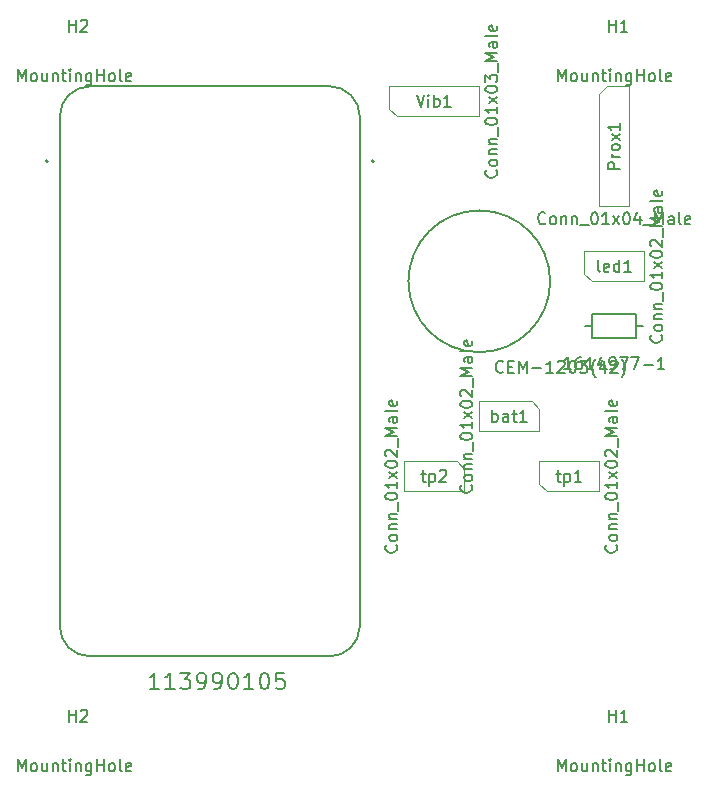
<source format=gbr>
%TF.GenerationSoftware,KiCad,Pcbnew,(5.1.12)-1*%
%TF.CreationDate,2021-12-20T17:02:31+01:00*%
%TF.ProjectId,PCB_Chair_tracker,5043425f-4368-4616-9972-5f747261636b,rev?*%
%TF.SameCoordinates,Original*%
%TF.FileFunction,AssemblyDrawing,Top*%
%FSLAX46Y46*%
G04 Gerber Fmt 4.6, Leading zero omitted, Abs format (unit mm)*
G04 Created by KiCad (PCBNEW (5.1.12)-1) date 2021-12-20 17:02:31*
%MOMM*%
%LPD*%
G01*
G04 APERTURE LIST*
%ADD10C,0.100000*%
%ADD11C,0.127000*%
%ADD12C,0.200000*%
%ADD13C,0.150000*%
G04 APERTURE END LIST*
D10*
%TO.C,tp2*%
X154940000Y-97155000D02*
X154940000Y-99060000D01*
X154940000Y-99060000D02*
X149860000Y-99060000D01*
X149860000Y-99060000D02*
X149860000Y-96520000D01*
X149860000Y-96520000D02*
X154305000Y-96520000D01*
X154305000Y-96520000D02*
X154940000Y-97155000D01*
D11*
%TO.C,ESP1*%
X120690001Y-110490000D02*
X120690001Y-67310000D01*
X123230001Y-64770000D02*
X143550001Y-64770000D01*
X146090001Y-67310000D02*
X146090001Y-110490000D01*
X143550001Y-113030000D02*
X123230001Y-113030000D01*
D12*
X119680001Y-71120000D02*
G75*
G03*
X119680001Y-71120000I-100000J0D01*
G01*
X147300001Y-71120000D02*
G75*
G03*
X147300001Y-71120000I-100000J0D01*
G01*
D11*
X120690001Y-67310000D02*
G75*
G02*
X123230001Y-64770000I2540000J0D01*
G01*
X120690001Y-110490000D02*
G75*
G03*
X123230001Y-113030000I2540000J0D01*
G01*
X143550001Y-64770000D02*
G75*
G02*
X146090001Y-67310000I0J-2540000D01*
G01*
X146090001Y-110490000D02*
G75*
G02*
X143550001Y-113030000I-2540000J0D01*
G01*
D10*
%TO.C,Prox1*%
X167005000Y-64770000D02*
X168910000Y-64770000D01*
X168910000Y-64770000D02*
X168910000Y-74930000D01*
X168910000Y-74930000D02*
X166370000Y-74930000D01*
X166370000Y-74930000D02*
X166370000Y-65405000D01*
X166370000Y-65405000D02*
X167005000Y-64770000D01*
%TO.C,Vib1*%
X148590000Y-66675000D02*
X148590000Y-64770000D01*
X148590000Y-64770000D02*
X156210000Y-64770000D01*
X156210000Y-64770000D02*
X156210000Y-67310000D01*
X156210000Y-67310000D02*
X149225000Y-67310000D01*
X149225000Y-67310000D02*
X148590000Y-66675000D01*
%TO.C,bat1*%
X161290000Y-92075000D02*
X161290000Y-93980000D01*
X161290000Y-93980000D02*
X156210000Y-93980000D01*
X156210000Y-93980000D02*
X156210000Y-91440000D01*
X156210000Y-91440000D02*
X160655000Y-91440000D01*
X160655000Y-91440000D02*
X161290000Y-92075000D01*
%TO.C,tp1*%
X161925000Y-99060000D02*
X161290000Y-98425000D01*
X166370000Y-99060000D02*
X161925000Y-99060000D01*
X166370000Y-96520000D02*
X166370000Y-99060000D01*
X161290000Y-96520000D02*
X166370000Y-96520000D01*
X161290000Y-98425000D02*
X161290000Y-96520000D01*
%TO.C,led1*%
X165735000Y-81280000D02*
X165100000Y-80645000D01*
X170180000Y-81280000D02*
X165735000Y-81280000D01*
X170180000Y-78740000D02*
X170180000Y-81280000D01*
X165100000Y-78740000D02*
X170180000Y-78740000D01*
X165100000Y-80645000D02*
X165100000Y-78740000D01*
D11*
%TO.C,Alt1*%
X162210000Y-81280000D02*
G75*
G03*
X162210000Y-81280000I-6000000J0D01*
G01*
%TO.C,R1*%
X165170000Y-85090000D02*
X165790000Y-85090000D01*
X165790000Y-85090000D02*
X165790000Y-84090000D01*
X165790000Y-84090000D02*
X169490000Y-84090000D01*
X165790000Y-85090000D02*
X165790000Y-86090000D01*
X165790000Y-86090000D02*
X169490000Y-86090000D01*
X170110000Y-85090000D02*
X169490000Y-85090000D01*
X169490000Y-85090000D02*
X169490000Y-84090000D01*
X169490000Y-85090000D02*
X169490000Y-86090000D01*
%TD*%
%TO.C,H1*%
D13*
X162854285Y-122762380D02*
X162854285Y-121762380D01*
X163187619Y-122476666D01*
X163520952Y-121762380D01*
X163520952Y-122762380D01*
X164140000Y-122762380D02*
X164044761Y-122714761D01*
X163997142Y-122667142D01*
X163949523Y-122571904D01*
X163949523Y-122286190D01*
X163997142Y-122190952D01*
X164044761Y-122143333D01*
X164140000Y-122095714D01*
X164282857Y-122095714D01*
X164378095Y-122143333D01*
X164425714Y-122190952D01*
X164473333Y-122286190D01*
X164473333Y-122571904D01*
X164425714Y-122667142D01*
X164378095Y-122714761D01*
X164282857Y-122762380D01*
X164140000Y-122762380D01*
X165330476Y-122095714D02*
X165330476Y-122762380D01*
X164901904Y-122095714D02*
X164901904Y-122619523D01*
X164949523Y-122714761D01*
X165044761Y-122762380D01*
X165187619Y-122762380D01*
X165282857Y-122714761D01*
X165330476Y-122667142D01*
X165806666Y-122095714D02*
X165806666Y-122762380D01*
X165806666Y-122190952D02*
X165854285Y-122143333D01*
X165949523Y-122095714D01*
X166092380Y-122095714D01*
X166187619Y-122143333D01*
X166235238Y-122238571D01*
X166235238Y-122762380D01*
X166568571Y-122095714D02*
X166949523Y-122095714D01*
X166711428Y-121762380D02*
X166711428Y-122619523D01*
X166759047Y-122714761D01*
X166854285Y-122762380D01*
X166949523Y-122762380D01*
X167282857Y-122762380D02*
X167282857Y-122095714D01*
X167282857Y-121762380D02*
X167235238Y-121810000D01*
X167282857Y-121857619D01*
X167330476Y-121810000D01*
X167282857Y-121762380D01*
X167282857Y-121857619D01*
X167759047Y-122095714D02*
X167759047Y-122762380D01*
X167759047Y-122190952D02*
X167806666Y-122143333D01*
X167901904Y-122095714D01*
X168044761Y-122095714D01*
X168140000Y-122143333D01*
X168187619Y-122238571D01*
X168187619Y-122762380D01*
X169092380Y-122095714D02*
X169092380Y-122905238D01*
X169044761Y-123000476D01*
X168997142Y-123048095D01*
X168901904Y-123095714D01*
X168759047Y-123095714D01*
X168663809Y-123048095D01*
X169092380Y-122714761D02*
X168997142Y-122762380D01*
X168806666Y-122762380D01*
X168711428Y-122714761D01*
X168663809Y-122667142D01*
X168616190Y-122571904D01*
X168616190Y-122286190D01*
X168663809Y-122190952D01*
X168711428Y-122143333D01*
X168806666Y-122095714D01*
X168997142Y-122095714D01*
X169092380Y-122143333D01*
X169568571Y-122762380D02*
X169568571Y-121762380D01*
X169568571Y-122238571D02*
X170140000Y-122238571D01*
X170140000Y-122762380D02*
X170140000Y-121762380D01*
X170759047Y-122762380D02*
X170663809Y-122714761D01*
X170616190Y-122667142D01*
X170568571Y-122571904D01*
X170568571Y-122286190D01*
X170616190Y-122190952D01*
X170663809Y-122143333D01*
X170759047Y-122095714D01*
X170901904Y-122095714D01*
X170997142Y-122143333D01*
X171044761Y-122190952D01*
X171092380Y-122286190D01*
X171092380Y-122571904D01*
X171044761Y-122667142D01*
X170997142Y-122714761D01*
X170901904Y-122762380D01*
X170759047Y-122762380D01*
X171663809Y-122762380D02*
X171568571Y-122714761D01*
X171520952Y-122619523D01*
X171520952Y-121762380D01*
X172425714Y-122714761D02*
X172330476Y-122762380D01*
X172140000Y-122762380D01*
X172044761Y-122714761D01*
X171997142Y-122619523D01*
X171997142Y-122238571D01*
X172044761Y-122143333D01*
X172140000Y-122095714D01*
X172330476Y-122095714D01*
X172425714Y-122143333D01*
X172473333Y-122238571D01*
X172473333Y-122333809D01*
X171997142Y-122429047D01*
X167178095Y-118562380D02*
X167178095Y-117562380D01*
X167178095Y-118038571D02*
X167749523Y-118038571D01*
X167749523Y-118562380D02*
X167749523Y-117562380D01*
X168749523Y-118562380D02*
X168178095Y-118562380D01*
X168463809Y-118562380D02*
X168463809Y-117562380D01*
X168368571Y-117705238D01*
X168273333Y-117800476D01*
X168178095Y-117848095D01*
%TO.C,H2*%
X117134285Y-64342380D02*
X117134285Y-63342380D01*
X117467619Y-64056666D01*
X117800952Y-63342380D01*
X117800952Y-64342380D01*
X118420000Y-64342380D02*
X118324761Y-64294761D01*
X118277142Y-64247142D01*
X118229523Y-64151904D01*
X118229523Y-63866190D01*
X118277142Y-63770952D01*
X118324761Y-63723333D01*
X118420000Y-63675714D01*
X118562857Y-63675714D01*
X118658095Y-63723333D01*
X118705714Y-63770952D01*
X118753333Y-63866190D01*
X118753333Y-64151904D01*
X118705714Y-64247142D01*
X118658095Y-64294761D01*
X118562857Y-64342380D01*
X118420000Y-64342380D01*
X119610476Y-63675714D02*
X119610476Y-64342380D01*
X119181904Y-63675714D02*
X119181904Y-64199523D01*
X119229523Y-64294761D01*
X119324761Y-64342380D01*
X119467619Y-64342380D01*
X119562857Y-64294761D01*
X119610476Y-64247142D01*
X120086666Y-63675714D02*
X120086666Y-64342380D01*
X120086666Y-63770952D02*
X120134285Y-63723333D01*
X120229523Y-63675714D01*
X120372380Y-63675714D01*
X120467619Y-63723333D01*
X120515238Y-63818571D01*
X120515238Y-64342380D01*
X120848571Y-63675714D02*
X121229523Y-63675714D01*
X120991428Y-63342380D02*
X120991428Y-64199523D01*
X121039047Y-64294761D01*
X121134285Y-64342380D01*
X121229523Y-64342380D01*
X121562857Y-64342380D02*
X121562857Y-63675714D01*
X121562857Y-63342380D02*
X121515238Y-63390000D01*
X121562857Y-63437619D01*
X121610476Y-63390000D01*
X121562857Y-63342380D01*
X121562857Y-63437619D01*
X122039047Y-63675714D02*
X122039047Y-64342380D01*
X122039047Y-63770952D02*
X122086666Y-63723333D01*
X122181904Y-63675714D01*
X122324761Y-63675714D01*
X122420000Y-63723333D01*
X122467619Y-63818571D01*
X122467619Y-64342380D01*
X123372380Y-63675714D02*
X123372380Y-64485238D01*
X123324761Y-64580476D01*
X123277142Y-64628095D01*
X123181904Y-64675714D01*
X123039047Y-64675714D01*
X122943809Y-64628095D01*
X123372380Y-64294761D02*
X123277142Y-64342380D01*
X123086666Y-64342380D01*
X122991428Y-64294761D01*
X122943809Y-64247142D01*
X122896190Y-64151904D01*
X122896190Y-63866190D01*
X122943809Y-63770952D01*
X122991428Y-63723333D01*
X123086666Y-63675714D01*
X123277142Y-63675714D01*
X123372380Y-63723333D01*
X123848571Y-64342380D02*
X123848571Y-63342380D01*
X123848571Y-63818571D02*
X124420000Y-63818571D01*
X124420000Y-64342380D02*
X124420000Y-63342380D01*
X125039047Y-64342380D02*
X124943809Y-64294761D01*
X124896190Y-64247142D01*
X124848571Y-64151904D01*
X124848571Y-63866190D01*
X124896190Y-63770952D01*
X124943809Y-63723333D01*
X125039047Y-63675714D01*
X125181904Y-63675714D01*
X125277142Y-63723333D01*
X125324761Y-63770952D01*
X125372380Y-63866190D01*
X125372380Y-64151904D01*
X125324761Y-64247142D01*
X125277142Y-64294761D01*
X125181904Y-64342380D01*
X125039047Y-64342380D01*
X125943809Y-64342380D02*
X125848571Y-64294761D01*
X125800952Y-64199523D01*
X125800952Y-63342380D01*
X126705714Y-64294761D02*
X126610476Y-64342380D01*
X126420000Y-64342380D01*
X126324761Y-64294761D01*
X126277142Y-64199523D01*
X126277142Y-63818571D01*
X126324761Y-63723333D01*
X126420000Y-63675714D01*
X126610476Y-63675714D01*
X126705714Y-63723333D01*
X126753333Y-63818571D01*
X126753333Y-63913809D01*
X126277142Y-64009047D01*
X121458095Y-60142380D02*
X121458095Y-59142380D01*
X121458095Y-59618571D02*
X122029523Y-59618571D01*
X122029523Y-60142380D02*
X122029523Y-59142380D01*
X122458095Y-59237619D02*
X122505714Y-59190000D01*
X122600952Y-59142380D01*
X122839047Y-59142380D01*
X122934285Y-59190000D01*
X122981904Y-59237619D01*
X123029523Y-59332857D01*
X123029523Y-59428095D01*
X122981904Y-59570952D01*
X122410476Y-60142380D01*
X123029523Y-60142380D01*
%TO.C,tp2*%
X149157142Y-103623333D02*
X149204761Y-103670952D01*
X149252380Y-103813809D01*
X149252380Y-103909047D01*
X149204761Y-104051904D01*
X149109523Y-104147142D01*
X149014285Y-104194761D01*
X148823809Y-104242380D01*
X148680952Y-104242380D01*
X148490476Y-104194761D01*
X148395238Y-104147142D01*
X148300000Y-104051904D01*
X148252380Y-103909047D01*
X148252380Y-103813809D01*
X148300000Y-103670952D01*
X148347619Y-103623333D01*
X149252380Y-103051904D02*
X149204761Y-103147142D01*
X149157142Y-103194761D01*
X149061904Y-103242380D01*
X148776190Y-103242380D01*
X148680952Y-103194761D01*
X148633333Y-103147142D01*
X148585714Y-103051904D01*
X148585714Y-102909047D01*
X148633333Y-102813809D01*
X148680952Y-102766190D01*
X148776190Y-102718571D01*
X149061904Y-102718571D01*
X149157142Y-102766190D01*
X149204761Y-102813809D01*
X149252380Y-102909047D01*
X149252380Y-103051904D01*
X148585714Y-102290000D02*
X149252380Y-102290000D01*
X148680952Y-102290000D02*
X148633333Y-102242380D01*
X148585714Y-102147142D01*
X148585714Y-102004285D01*
X148633333Y-101909047D01*
X148728571Y-101861428D01*
X149252380Y-101861428D01*
X148585714Y-101385238D02*
X149252380Y-101385238D01*
X148680952Y-101385238D02*
X148633333Y-101337619D01*
X148585714Y-101242380D01*
X148585714Y-101099523D01*
X148633333Y-101004285D01*
X148728571Y-100956666D01*
X149252380Y-100956666D01*
X149347619Y-100718571D02*
X149347619Y-99956666D01*
X148252380Y-99528095D02*
X148252380Y-99432857D01*
X148300000Y-99337619D01*
X148347619Y-99290000D01*
X148442857Y-99242380D01*
X148633333Y-99194761D01*
X148871428Y-99194761D01*
X149061904Y-99242380D01*
X149157142Y-99290000D01*
X149204761Y-99337619D01*
X149252380Y-99432857D01*
X149252380Y-99528095D01*
X149204761Y-99623333D01*
X149157142Y-99670952D01*
X149061904Y-99718571D01*
X148871428Y-99766190D01*
X148633333Y-99766190D01*
X148442857Y-99718571D01*
X148347619Y-99670952D01*
X148300000Y-99623333D01*
X148252380Y-99528095D01*
X149252380Y-98242380D02*
X149252380Y-98813809D01*
X149252380Y-98528095D02*
X148252380Y-98528095D01*
X148395238Y-98623333D01*
X148490476Y-98718571D01*
X148538095Y-98813809D01*
X149252380Y-97909047D02*
X148585714Y-97385238D01*
X148585714Y-97909047D02*
X149252380Y-97385238D01*
X148252380Y-96813809D02*
X148252380Y-96718571D01*
X148300000Y-96623333D01*
X148347619Y-96575714D01*
X148442857Y-96528095D01*
X148633333Y-96480476D01*
X148871428Y-96480476D01*
X149061904Y-96528095D01*
X149157142Y-96575714D01*
X149204761Y-96623333D01*
X149252380Y-96718571D01*
X149252380Y-96813809D01*
X149204761Y-96909047D01*
X149157142Y-96956666D01*
X149061904Y-97004285D01*
X148871428Y-97051904D01*
X148633333Y-97051904D01*
X148442857Y-97004285D01*
X148347619Y-96956666D01*
X148300000Y-96909047D01*
X148252380Y-96813809D01*
X148347619Y-96099523D02*
X148300000Y-96051904D01*
X148252380Y-95956666D01*
X148252380Y-95718571D01*
X148300000Y-95623333D01*
X148347619Y-95575714D01*
X148442857Y-95528095D01*
X148538095Y-95528095D01*
X148680952Y-95575714D01*
X149252380Y-96147142D01*
X149252380Y-95528095D01*
X149347619Y-95337619D02*
X149347619Y-94575714D01*
X149252380Y-94337619D02*
X148252380Y-94337619D01*
X148966666Y-94004285D01*
X148252380Y-93670952D01*
X149252380Y-93670952D01*
X149252380Y-92766190D02*
X148728571Y-92766190D01*
X148633333Y-92813809D01*
X148585714Y-92909047D01*
X148585714Y-93099523D01*
X148633333Y-93194761D01*
X149204761Y-92766190D02*
X149252380Y-92861428D01*
X149252380Y-93099523D01*
X149204761Y-93194761D01*
X149109523Y-93242380D01*
X149014285Y-93242380D01*
X148919047Y-93194761D01*
X148871428Y-93099523D01*
X148871428Y-92861428D01*
X148823809Y-92766190D01*
X149252380Y-92147142D02*
X149204761Y-92242380D01*
X149109523Y-92290000D01*
X148252380Y-92290000D01*
X149204761Y-91385238D02*
X149252380Y-91480476D01*
X149252380Y-91670952D01*
X149204761Y-91766190D01*
X149109523Y-91813809D01*
X148728571Y-91813809D01*
X148633333Y-91766190D01*
X148585714Y-91670952D01*
X148585714Y-91480476D01*
X148633333Y-91385238D01*
X148728571Y-91337619D01*
X148823809Y-91337619D01*
X148919047Y-91813809D01*
X151280952Y-97575714D02*
X151661904Y-97575714D01*
X151423809Y-97242380D02*
X151423809Y-98099523D01*
X151471428Y-98194761D01*
X151566666Y-98242380D01*
X151661904Y-98242380D01*
X151995238Y-97575714D02*
X151995238Y-98575714D01*
X151995238Y-97623333D02*
X152090476Y-97575714D01*
X152280952Y-97575714D01*
X152376190Y-97623333D01*
X152423809Y-97670952D01*
X152471428Y-97766190D01*
X152471428Y-98051904D01*
X152423809Y-98147142D01*
X152376190Y-98194761D01*
X152280952Y-98242380D01*
X152090476Y-98242380D01*
X151995238Y-98194761D01*
X152852380Y-97337619D02*
X152900000Y-97290000D01*
X152995238Y-97242380D01*
X153233333Y-97242380D01*
X153328571Y-97290000D01*
X153376190Y-97337619D01*
X153423809Y-97432857D01*
X153423809Y-97528095D01*
X153376190Y-97670952D01*
X152804761Y-98242380D01*
X153423809Y-98242380D01*
%TO.C,ESP1*%
X129091667Y-115822333D02*
X128291667Y-115822333D01*
X128691667Y-115822333D02*
X128691667Y-114422333D01*
X128558334Y-114622333D01*
X128425001Y-114755666D01*
X128291667Y-114822333D01*
X130425001Y-115822333D02*
X129625001Y-115822333D01*
X130025001Y-115822333D02*
X130025001Y-114422333D01*
X129891667Y-114622333D01*
X129758334Y-114755666D01*
X129625001Y-114822333D01*
X130891667Y-114422333D02*
X131758334Y-114422333D01*
X131291667Y-114955666D01*
X131491667Y-114955666D01*
X131625001Y-115022333D01*
X131691667Y-115089000D01*
X131758334Y-115222333D01*
X131758334Y-115555666D01*
X131691667Y-115689000D01*
X131625001Y-115755666D01*
X131491667Y-115822333D01*
X131091667Y-115822333D01*
X130958334Y-115755666D01*
X130891667Y-115689000D01*
X132425001Y-115822333D02*
X132691667Y-115822333D01*
X132825001Y-115755666D01*
X132891667Y-115689000D01*
X133025001Y-115489000D01*
X133091667Y-115222333D01*
X133091667Y-114689000D01*
X133025001Y-114555666D01*
X132958334Y-114489000D01*
X132825001Y-114422333D01*
X132558334Y-114422333D01*
X132425001Y-114489000D01*
X132358334Y-114555666D01*
X132291667Y-114689000D01*
X132291667Y-115022333D01*
X132358334Y-115155666D01*
X132425001Y-115222333D01*
X132558334Y-115289000D01*
X132825001Y-115289000D01*
X132958334Y-115222333D01*
X133025001Y-115155666D01*
X133091667Y-115022333D01*
X133758334Y-115822333D02*
X134025001Y-115822333D01*
X134158334Y-115755666D01*
X134225001Y-115689000D01*
X134358334Y-115489000D01*
X134425001Y-115222333D01*
X134425001Y-114689000D01*
X134358334Y-114555666D01*
X134291667Y-114489000D01*
X134158334Y-114422333D01*
X133891667Y-114422333D01*
X133758334Y-114489000D01*
X133691667Y-114555666D01*
X133625001Y-114689000D01*
X133625001Y-115022333D01*
X133691667Y-115155666D01*
X133758334Y-115222333D01*
X133891667Y-115289000D01*
X134158334Y-115289000D01*
X134291667Y-115222333D01*
X134358334Y-115155666D01*
X134425001Y-115022333D01*
X135291667Y-114422333D02*
X135425001Y-114422333D01*
X135558334Y-114489000D01*
X135625001Y-114555666D01*
X135691667Y-114689000D01*
X135758334Y-114955666D01*
X135758334Y-115289000D01*
X135691667Y-115555666D01*
X135625001Y-115689000D01*
X135558334Y-115755666D01*
X135425001Y-115822333D01*
X135291667Y-115822333D01*
X135158334Y-115755666D01*
X135091667Y-115689000D01*
X135025001Y-115555666D01*
X134958334Y-115289000D01*
X134958334Y-114955666D01*
X135025001Y-114689000D01*
X135091667Y-114555666D01*
X135158334Y-114489000D01*
X135291667Y-114422333D01*
X137091667Y-115822333D02*
X136291667Y-115822333D01*
X136691667Y-115822333D02*
X136691667Y-114422333D01*
X136558334Y-114622333D01*
X136425001Y-114755666D01*
X136291667Y-114822333D01*
X137958334Y-114422333D02*
X138091667Y-114422333D01*
X138225001Y-114489000D01*
X138291667Y-114555666D01*
X138358334Y-114689000D01*
X138425001Y-114955666D01*
X138425001Y-115289000D01*
X138358334Y-115555666D01*
X138291667Y-115689000D01*
X138225001Y-115755666D01*
X138091667Y-115822333D01*
X137958334Y-115822333D01*
X137825001Y-115755666D01*
X137758334Y-115689000D01*
X137691667Y-115555666D01*
X137625001Y-115289000D01*
X137625001Y-114955666D01*
X137691667Y-114689000D01*
X137758334Y-114555666D01*
X137825001Y-114489000D01*
X137958334Y-114422333D01*
X139691667Y-114422333D02*
X139025001Y-114422333D01*
X138958334Y-115089000D01*
X139025001Y-115022333D01*
X139158334Y-114955666D01*
X139491667Y-114955666D01*
X139625001Y-115022333D01*
X139691667Y-115089000D01*
X139758334Y-115222333D01*
X139758334Y-115555666D01*
X139691667Y-115689000D01*
X139625001Y-115755666D01*
X139491667Y-115822333D01*
X139158334Y-115822333D01*
X139025001Y-115755666D01*
X138958334Y-115689000D01*
%TO.C,Prox1*%
X161806666Y-76347142D02*
X161759047Y-76394761D01*
X161616190Y-76442380D01*
X161520952Y-76442380D01*
X161378095Y-76394761D01*
X161282857Y-76299523D01*
X161235238Y-76204285D01*
X161187619Y-76013809D01*
X161187619Y-75870952D01*
X161235238Y-75680476D01*
X161282857Y-75585238D01*
X161378095Y-75490000D01*
X161520952Y-75442380D01*
X161616190Y-75442380D01*
X161759047Y-75490000D01*
X161806666Y-75537619D01*
X162378095Y-76442380D02*
X162282857Y-76394761D01*
X162235238Y-76347142D01*
X162187619Y-76251904D01*
X162187619Y-75966190D01*
X162235238Y-75870952D01*
X162282857Y-75823333D01*
X162378095Y-75775714D01*
X162520952Y-75775714D01*
X162616190Y-75823333D01*
X162663809Y-75870952D01*
X162711428Y-75966190D01*
X162711428Y-76251904D01*
X162663809Y-76347142D01*
X162616190Y-76394761D01*
X162520952Y-76442380D01*
X162378095Y-76442380D01*
X163140000Y-75775714D02*
X163140000Y-76442380D01*
X163140000Y-75870952D02*
X163187619Y-75823333D01*
X163282857Y-75775714D01*
X163425714Y-75775714D01*
X163520952Y-75823333D01*
X163568571Y-75918571D01*
X163568571Y-76442380D01*
X164044761Y-75775714D02*
X164044761Y-76442380D01*
X164044761Y-75870952D02*
X164092380Y-75823333D01*
X164187619Y-75775714D01*
X164330476Y-75775714D01*
X164425714Y-75823333D01*
X164473333Y-75918571D01*
X164473333Y-76442380D01*
X164711428Y-76537619D02*
X165473333Y-76537619D01*
X165901904Y-75442380D02*
X165997142Y-75442380D01*
X166092380Y-75490000D01*
X166140000Y-75537619D01*
X166187619Y-75632857D01*
X166235238Y-75823333D01*
X166235238Y-76061428D01*
X166187619Y-76251904D01*
X166140000Y-76347142D01*
X166092380Y-76394761D01*
X165997142Y-76442380D01*
X165901904Y-76442380D01*
X165806666Y-76394761D01*
X165759047Y-76347142D01*
X165711428Y-76251904D01*
X165663809Y-76061428D01*
X165663809Y-75823333D01*
X165711428Y-75632857D01*
X165759047Y-75537619D01*
X165806666Y-75490000D01*
X165901904Y-75442380D01*
X167187619Y-76442380D02*
X166616190Y-76442380D01*
X166901904Y-76442380D02*
X166901904Y-75442380D01*
X166806666Y-75585238D01*
X166711428Y-75680476D01*
X166616190Y-75728095D01*
X167520952Y-76442380D02*
X168044761Y-75775714D01*
X167520952Y-75775714D02*
X168044761Y-76442380D01*
X168616190Y-75442380D02*
X168711428Y-75442380D01*
X168806666Y-75490000D01*
X168854285Y-75537619D01*
X168901904Y-75632857D01*
X168949523Y-75823333D01*
X168949523Y-76061428D01*
X168901904Y-76251904D01*
X168854285Y-76347142D01*
X168806666Y-76394761D01*
X168711428Y-76442380D01*
X168616190Y-76442380D01*
X168520952Y-76394761D01*
X168473333Y-76347142D01*
X168425714Y-76251904D01*
X168378095Y-76061428D01*
X168378095Y-75823333D01*
X168425714Y-75632857D01*
X168473333Y-75537619D01*
X168520952Y-75490000D01*
X168616190Y-75442380D01*
X169806666Y-75775714D02*
X169806666Y-76442380D01*
X169568571Y-75394761D02*
X169330476Y-76109047D01*
X169949523Y-76109047D01*
X170092380Y-76537619D02*
X170854285Y-76537619D01*
X171092380Y-76442380D02*
X171092380Y-75442380D01*
X171425714Y-76156666D01*
X171759047Y-75442380D01*
X171759047Y-76442380D01*
X172663809Y-76442380D02*
X172663809Y-75918571D01*
X172616190Y-75823333D01*
X172520952Y-75775714D01*
X172330476Y-75775714D01*
X172235238Y-75823333D01*
X172663809Y-76394761D02*
X172568571Y-76442380D01*
X172330476Y-76442380D01*
X172235238Y-76394761D01*
X172187619Y-76299523D01*
X172187619Y-76204285D01*
X172235238Y-76109047D01*
X172330476Y-76061428D01*
X172568571Y-76061428D01*
X172663809Y-76013809D01*
X173282857Y-76442380D02*
X173187619Y-76394761D01*
X173140000Y-76299523D01*
X173140000Y-75442380D01*
X174044761Y-76394761D02*
X173949523Y-76442380D01*
X173759047Y-76442380D01*
X173663809Y-76394761D01*
X173616190Y-76299523D01*
X173616190Y-75918571D01*
X173663809Y-75823333D01*
X173759047Y-75775714D01*
X173949523Y-75775714D01*
X174044761Y-75823333D01*
X174092380Y-75918571D01*
X174092380Y-76013809D01*
X173616190Y-76109047D01*
X168092380Y-71754761D02*
X167092380Y-71754761D01*
X167092380Y-71373809D01*
X167140000Y-71278571D01*
X167187619Y-71230952D01*
X167282857Y-71183333D01*
X167425714Y-71183333D01*
X167520952Y-71230952D01*
X167568571Y-71278571D01*
X167616190Y-71373809D01*
X167616190Y-71754761D01*
X168092380Y-70754761D02*
X167425714Y-70754761D01*
X167616190Y-70754761D02*
X167520952Y-70707142D01*
X167473333Y-70659523D01*
X167425714Y-70564285D01*
X167425714Y-70469047D01*
X168092380Y-69992857D02*
X168044761Y-70088095D01*
X167997142Y-70135714D01*
X167901904Y-70183333D01*
X167616190Y-70183333D01*
X167520952Y-70135714D01*
X167473333Y-70088095D01*
X167425714Y-69992857D01*
X167425714Y-69850000D01*
X167473333Y-69754761D01*
X167520952Y-69707142D01*
X167616190Y-69659523D01*
X167901904Y-69659523D01*
X167997142Y-69707142D01*
X168044761Y-69754761D01*
X168092380Y-69850000D01*
X168092380Y-69992857D01*
X168092380Y-69326190D02*
X167425714Y-68802380D01*
X167425714Y-69326190D02*
X168092380Y-68802380D01*
X168092380Y-67897619D02*
X168092380Y-68469047D01*
X168092380Y-68183333D02*
X167092380Y-68183333D01*
X167235238Y-68278571D01*
X167330476Y-68373809D01*
X167378095Y-68469047D01*
%TO.C,Vib1*%
X157627142Y-71873333D02*
X157674761Y-71920952D01*
X157722380Y-72063809D01*
X157722380Y-72159047D01*
X157674761Y-72301904D01*
X157579523Y-72397142D01*
X157484285Y-72444761D01*
X157293809Y-72492380D01*
X157150952Y-72492380D01*
X156960476Y-72444761D01*
X156865238Y-72397142D01*
X156770000Y-72301904D01*
X156722380Y-72159047D01*
X156722380Y-72063809D01*
X156770000Y-71920952D01*
X156817619Y-71873333D01*
X157722380Y-71301904D02*
X157674761Y-71397142D01*
X157627142Y-71444761D01*
X157531904Y-71492380D01*
X157246190Y-71492380D01*
X157150952Y-71444761D01*
X157103333Y-71397142D01*
X157055714Y-71301904D01*
X157055714Y-71159047D01*
X157103333Y-71063809D01*
X157150952Y-71016190D01*
X157246190Y-70968571D01*
X157531904Y-70968571D01*
X157627142Y-71016190D01*
X157674761Y-71063809D01*
X157722380Y-71159047D01*
X157722380Y-71301904D01*
X157055714Y-70540000D02*
X157722380Y-70540000D01*
X157150952Y-70540000D02*
X157103333Y-70492380D01*
X157055714Y-70397142D01*
X157055714Y-70254285D01*
X157103333Y-70159047D01*
X157198571Y-70111428D01*
X157722380Y-70111428D01*
X157055714Y-69635238D02*
X157722380Y-69635238D01*
X157150952Y-69635238D02*
X157103333Y-69587619D01*
X157055714Y-69492380D01*
X157055714Y-69349523D01*
X157103333Y-69254285D01*
X157198571Y-69206666D01*
X157722380Y-69206666D01*
X157817619Y-68968571D02*
X157817619Y-68206666D01*
X156722380Y-67778095D02*
X156722380Y-67682857D01*
X156770000Y-67587619D01*
X156817619Y-67540000D01*
X156912857Y-67492380D01*
X157103333Y-67444761D01*
X157341428Y-67444761D01*
X157531904Y-67492380D01*
X157627142Y-67540000D01*
X157674761Y-67587619D01*
X157722380Y-67682857D01*
X157722380Y-67778095D01*
X157674761Y-67873333D01*
X157627142Y-67920952D01*
X157531904Y-67968571D01*
X157341428Y-68016190D01*
X157103333Y-68016190D01*
X156912857Y-67968571D01*
X156817619Y-67920952D01*
X156770000Y-67873333D01*
X156722380Y-67778095D01*
X157722380Y-66492380D02*
X157722380Y-67063809D01*
X157722380Y-66778095D02*
X156722380Y-66778095D01*
X156865238Y-66873333D01*
X156960476Y-66968571D01*
X157008095Y-67063809D01*
X157722380Y-66159047D02*
X157055714Y-65635238D01*
X157055714Y-66159047D02*
X157722380Y-65635238D01*
X156722380Y-65063809D02*
X156722380Y-64968571D01*
X156770000Y-64873333D01*
X156817619Y-64825714D01*
X156912857Y-64778095D01*
X157103333Y-64730476D01*
X157341428Y-64730476D01*
X157531904Y-64778095D01*
X157627142Y-64825714D01*
X157674761Y-64873333D01*
X157722380Y-64968571D01*
X157722380Y-65063809D01*
X157674761Y-65159047D01*
X157627142Y-65206666D01*
X157531904Y-65254285D01*
X157341428Y-65301904D01*
X157103333Y-65301904D01*
X156912857Y-65254285D01*
X156817619Y-65206666D01*
X156770000Y-65159047D01*
X156722380Y-65063809D01*
X156722380Y-64397142D02*
X156722380Y-63778095D01*
X157103333Y-64111428D01*
X157103333Y-63968571D01*
X157150952Y-63873333D01*
X157198571Y-63825714D01*
X157293809Y-63778095D01*
X157531904Y-63778095D01*
X157627142Y-63825714D01*
X157674761Y-63873333D01*
X157722380Y-63968571D01*
X157722380Y-64254285D01*
X157674761Y-64349523D01*
X157627142Y-64397142D01*
X157817619Y-63587619D02*
X157817619Y-62825714D01*
X157722380Y-62587619D02*
X156722380Y-62587619D01*
X157436666Y-62254285D01*
X156722380Y-61920952D01*
X157722380Y-61920952D01*
X157722380Y-61016190D02*
X157198571Y-61016190D01*
X157103333Y-61063809D01*
X157055714Y-61159047D01*
X157055714Y-61349523D01*
X157103333Y-61444761D01*
X157674761Y-61016190D02*
X157722380Y-61111428D01*
X157722380Y-61349523D01*
X157674761Y-61444761D01*
X157579523Y-61492380D01*
X157484285Y-61492380D01*
X157389047Y-61444761D01*
X157341428Y-61349523D01*
X157341428Y-61111428D01*
X157293809Y-61016190D01*
X157722380Y-60397142D02*
X157674761Y-60492380D01*
X157579523Y-60540000D01*
X156722380Y-60540000D01*
X157674761Y-59635238D02*
X157722380Y-59730476D01*
X157722380Y-59920952D01*
X157674761Y-60016190D01*
X157579523Y-60063809D01*
X157198571Y-60063809D01*
X157103333Y-60016190D01*
X157055714Y-59920952D01*
X157055714Y-59730476D01*
X157103333Y-59635238D01*
X157198571Y-59587619D01*
X157293809Y-59587619D01*
X157389047Y-60063809D01*
X150900000Y-65492380D02*
X151233333Y-66492380D01*
X151566666Y-65492380D01*
X151900000Y-66492380D02*
X151900000Y-65825714D01*
X151900000Y-65492380D02*
X151852380Y-65540000D01*
X151900000Y-65587619D01*
X151947619Y-65540000D01*
X151900000Y-65492380D01*
X151900000Y-65587619D01*
X152376190Y-66492380D02*
X152376190Y-65492380D01*
X152376190Y-65873333D02*
X152471428Y-65825714D01*
X152661904Y-65825714D01*
X152757142Y-65873333D01*
X152804761Y-65920952D01*
X152852380Y-66016190D01*
X152852380Y-66301904D01*
X152804761Y-66397142D01*
X152757142Y-66444761D01*
X152661904Y-66492380D01*
X152471428Y-66492380D01*
X152376190Y-66444761D01*
X153804761Y-66492380D02*
X153233333Y-66492380D01*
X153519047Y-66492380D02*
X153519047Y-65492380D01*
X153423809Y-65635238D01*
X153328571Y-65730476D01*
X153233333Y-65778095D01*
%TO.C,bat1*%
X155507142Y-98543333D02*
X155554761Y-98590952D01*
X155602380Y-98733809D01*
X155602380Y-98829047D01*
X155554761Y-98971904D01*
X155459523Y-99067142D01*
X155364285Y-99114761D01*
X155173809Y-99162380D01*
X155030952Y-99162380D01*
X154840476Y-99114761D01*
X154745238Y-99067142D01*
X154650000Y-98971904D01*
X154602380Y-98829047D01*
X154602380Y-98733809D01*
X154650000Y-98590952D01*
X154697619Y-98543333D01*
X155602380Y-97971904D02*
X155554761Y-98067142D01*
X155507142Y-98114761D01*
X155411904Y-98162380D01*
X155126190Y-98162380D01*
X155030952Y-98114761D01*
X154983333Y-98067142D01*
X154935714Y-97971904D01*
X154935714Y-97829047D01*
X154983333Y-97733809D01*
X155030952Y-97686190D01*
X155126190Y-97638571D01*
X155411904Y-97638571D01*
X155507142Y-97686190D01*
X155554761Y-97733809D01*
X155602380Y-97829047D01*
X155602380Y-97971904D01*
X154935714Y-97210000D02*
X155602380Y-97210000D01*
X155030952Y-97210000D02*
X154983333Y-97162380D01*
X154935714Y-97067142D01*
X154935714Y-96924285D01*
X154983333Y-96829047D01*
X155078571Y-96781428D01*
X155602380Y-96781428D01*
X154935714Y-96305238D02*
X155602380Y-96305238D01*
X155030952Y-96305238D02*
X154983333Y-96257619D01*
X154935714Y-96162380D01*
X154935714Y-96019523D01*
X154983333Y-95924285D01*
X155078571Y-95876666D01*
X155602380Y-95876666D01*
X155697619Y-95638571D02*
X155697619Y-94876666D01*
X154602380Y-94448095D02*
X154602380Y-94352857D01*
X154650000Y-94257619D01*
X154697619Y-94210000D01*
X154792857Y-94162380D01*
X154983333Y-94114761D01*
X155221428Y-94114761D01*
X155411904Y-94162380D01*
X155507142Y-94210000D01*
X155554761Y-94257619D01*
X155602380Y-94352857D01*
X155602380Y-94448095D01*
X155554761Y-94543333D01*
X155507142Y-94590952D01*
X155411904Y-94638571D01*
X155221428Y-94686190D01*
X154983333Y-94686190D01*
X154792857Y-94638571D01*
X154697619Y-94590952D01*
X154650000Y-94543333D01*
X154602380Y-94448095D01*
X155602380Y-93162380D02*
X155602380Y-93733809D01*
X155602380Y-93448095D02*
X154602380Y-93448095D01*
X154745238Y-93543333D01*
X154840476Y-93638571D01*
X154888095Y-93733809D01*
X155602380Y-92829047D02*
X154935714Y-92305238D01*
X154935714Y-92829047D02*
X155602380Y-92305238D01*
X154602380Y-91733809D02*
X154602380Y-91638571D01*
X154650000Y-91543333D01*
X154697619Y-91495714D01*
X154792857Y-91448095D01*
X154983333Y-91400476D01*
X155221428Y-91400476D01*
X155411904Y-91448095D01*
X155507142Y-91495714D01*
X155554761Y-91543333D01*
X155602380Y-91638571D01*
X155602380Y-91733809D01*
X155554761Y-91829047D01*
X155507142Y-91876666D01*
X155411904Y-91924285D01*
X155221428Y-91971904D01*
X154983333Y-91971904D01*
X154792857Y-91924285D01*
X154697619Y-91876666D01*
X154650000Y-91829047D01*
X154602380Y-91733809D01*
X154697619Y-91019523D02*
X154650000Y-90971904D01*
X154602380Y-90876666D01*
X154602380Y-90638571D01*
X154650000Y-90543333D01*
X154697619Y-90495714D01*
X154792857Y-90448095D01*
X154888095Y-90448095D01*
X155030952Y-90495714D01*
X155602380Y-91067142D01*
X155602380Y-90448095D01*
X155697619Y-90257619D02*
X155697619Y-89495714D01*
X155602380Y-89257619D02*
X154602380Y-89257619D01*
X155316666Y-88924285D01*
X154602380Y-88590952D01*
X155602380Y-88590952D01*
X155602380Y-87686190D02*
X155078571Y-87686190D01*
X154983333Y-87733809D01*
X154935714Y-87829047D01*
X154935714Y-88019523D01*
X154983333Y-88114761D01*
X155554761Y-87686190D02*
X155602380Y-87781428D01*
X155602380Y-88019523D01*
X155554761Y-88114761D01*
X155459523Y-88162380D01*
X155364285Y-88162380D01*
X155269047Y-88114761D01*
X155221428Y-88019523D01*
X155221428Y-87781428D01*
X155173809Y-87686190D01*
X155602380Y-87067142D02*
X155554761Y-87162380D01*
X155459523Y-87210000D01*
X154602380Y-87210000D01*
X155554761Y-86305238D02*
X155602380Y-86400476D01*
X155602380Y-86590952D01*
X155554761Y-86686190D01*
X155459523Y-86733809D01*
X155078571Y-86733809D01*
X154983333Y-86686190D01*
X154935714Y-86590952D01*
X154935714Y-86400476D01*
X154983333Y-86305238D01*
X155078571Y-86257619D01*
X155173809Y-86257619D01*
X155269047Y-86733809D01*
X157321428Y-93162380D02*
X157321428Y-92162380D01*
X157321428Y-92543333D02*
X157416666Y-92495714D01*
X157607142Y-92495714D01*
X157702380Y-92543333D01*
X157750000Y-92590952D01*
X157797619Y-92686190D01*
X157797619Y-92971904D01*
X157750000Y-93067142D01*
X157702380Y-93114761D01*
X157607142Y-93162380D01*
X157416666Y-93162380D01*
X157321428Y-93114761D01*
X158654761Y-93162380D02*
X158654761Y-92638571D01*
X158607142Y-92543333D01*
X158511904Y-92495714D01*
X158321428Y-92495714D01*
X158226190Y-92543333D01*
X158654761Y-93114761D02*
X158559523Y-93162380D01*
X158321428Y-93162380D01*
X158226190Y-93114761D01*
X158178571Y-93019523D01*
X158178571Y-92924285D01*
X158226190Y-92829047D01*
X158321428Y-92781428D01*
X158559523Y-92781428D01*
X158654761Y-92733809D01*
X158988095Y-92495714D02*
X159369047Y-92495714D01*
X159130952Y-92162380D02*
X159130952Y-93019523D01*
X159178571Y-93114761D01*
X159273809Y-93162380D01*
X159369047Y-93162380D01*
X160226190Y-93162380D02*
X159654761Y-93162380D01*
X159940476Y-93162380D02*
X159940476Y-92162380D01*
X159845238Y-92305238D01*
X159750000Y-92400476D01*
X159654761Y-92448095D01*
%TO.C,tp1*%
X167787142Y-103623333D02*
X167834761Y-103670952D01*
X167882380Y-103813809D01*
X167882380Y-103909047D01*
X167834761Y-104051904D01*
X167739523Y-104147142D01*
X167644285Y-104194761D01*
X167453809Y-104242380D01*
X167310952Y-104242380D01*
X167120476Y-104194761D01*
X167025238Y-104147142D01*
X166930000Y-104051904D01*
X166882380Y-103909047D01*
X166882380Y-103813809D01*
X166930000Y-103670952D01*
X166977619Y-103623333D01*
X167882380Y-103051904D02*
X167834761Y-103147142D01*
X167787142Y-103194761D01*
X167691904Y-103242380D01*
X167406190Y-103242380D01*
X167310952Y-103194761D01*
X167263333Y-103147142D01*
X167215714Y-103051904D01*
X167215714Y-102909047D01*
X167263333Y-102813809D01*
X167310952Y-102766190D01*
X167406190Y-102718571D01*
X167691904Y-102718571D01*
X167787142Y-102766190D01*
X167834761Y-102813809D01*
X167882380Y-102909047D01*
X167882380Y-103051904D01*
X167215714Y-102290000D02*
X167882380Y-102290000D01*
X167310952Y-102290000D02*
X167263333Y-102242380D01*
X167215714Y-102147142D01*
X167215714Y-102004285D01*
X167263333Y-101909047D01*
X167358571Y-101861428D01*
X167882380Y-101861428D01*
X167215714Y-101385238D02*
X167882380Y-101385238D01*
X167310952Y-101385238D02*
X167263333Y-101337619D01*
X167215714Y-101242380D01*
X167215714Y-101099523D01*
X167263333Y-101004285D01*
X167358571Y-100956666D01*
X167882380Y-100956666D01*
X167977619Y-100718571D02*
X167977619Y-99956666D01*
X166882380Y-99528095D02*
X166882380Y-99432857D01*
X166930000Y-99337619D01*
X166977619Y-99290000D01*
X167072857Y-99242380D01*
X167263333Y-99194761D01*
X167501428Y-99194761D01*
X167691904Y-99242380D01*
X167787142Y-99290000D01*
X167834761Y-99337619D01*
X167882380Y-99432857D01*
X167882380Y-99528095D01*
X167834761Y-99623333D01*
X167787142Y-99670952D01*
X167691904Y-99718571D01*
X167501428Y-99766190D01*
X167263333Y-99766190D01*
X167072857Y-99718571D01*
X166977619Y-99670952D01*
X166930000Y-99623333D01*
X166882380Y-99528095D01*
X167882380Y-98242380D02*
X167882380Y-98813809D01*
X167882380Y-98528095D02*
X166882380Y-98528095D01*
X167025238Y-98623333D01*
X167120476Y-98718571D01*
X167168095Y-98813809D01*
X167882380Y-97909047D02*
X167215714Y-97385238D01*
X167215714Y-97909047D02*
X167882380Y-97385238D01*
X166882380Y-96813809D02*
X166882380Y-96718571D01*
X166930000Y-96623333D01*
X166977619Y-96575714D01*
X167072857Y-96528095D01*
X167263333Y-96480476D01*
X167501428Y-96480476D01*
X167691904Y-96528095D01*
X167787142Y-96575714D01*
X167834761Y-96623333D01*
X167882380Y-96718571D01*
X167882380Y-96813809D01*
X167834761Y-96909047D01*
X167787142Y-96956666D01*
X167691904Y-97004285D01*
X167501428Y-97051904D01*
X167263333Y-97051904D01*
X167072857Y-97004285D01*
X166977619Y-96956666D01*
X166930000Y-96909047D01*
X166882380Y-96813809D01*
X166977619Y-96099523D02*
X166930000Y-96051904D01*
X166882380Y-95956666D01*
X166882380Y-95718571D01*
X166930000Y-95623333D01*
X166977619Y-95575714D01*
X167072857Y-95528095D01*
X167168095Y-95528095D01*
X167310952Y-95575714D01*
X167882380Y-96147142D01*
X167882380Y-95528095D01*
X167977619Y-95337619D02*
X167977619Y-94575714D01*
X167882380Y-94337619D02*
X166882380Y-94337619D01*
X167596666Y-94004285D01*
X166882380Y-93670952D01*
X167882380Y-93670952D01*
X167882380Y-92766190D02*
X167358571Y-92766190D01*
X167263333Y-92813809D01*
X167215714Y-92909047D01*
X167215714Y-93099523D01*
X167263333Y-93194761D01*
X167834761Y-92766190D02*
X167882380Y-92861428D01*
X167882380Y-93099523D01*
X167834761Y-93194761D01*
X167739523Y-93242380D01*
X167644285Y-93242380D01*
X167549047Y-93194761D01*
X167501428Y-93099523D01*
X167501428Y-92861428D01*
X167453809Y-92766190D01*
X167882380Y-92147142D02*
X167834761Y-92242380D01*
X167739523Y-92290000D01*
X166882380Y-92290000D01*
X167834761Y-91385238D02*
X167882380Y-91480476D01*
X167882380Y-91670952D01*
X167834761Y-91766190D01*
X167739523Y-91813809D01*
X167358571Y-91813809D01*
X167263333Y-91766190D01*
X167215714Y-91670952D01*
X167215714Y-91480476D01*
X167263333Y-91385238D01*
X167358571Y-91337619D01*
X167453809Y-91337619D01*
X167549047Y-91813809D01*
X162710952Y-97575714D02*
X163091904Y-97575714D01*
X162853809Y-97242380D02*
X162853809Y-98099523D01*
X162901428Y-98194761D01*
X162996666Y-98242380D01*
X163091904Y-98242380D01*
X163425238Y-97575714D02*
X163425238Y-98575714D01*
X163425238Y-97623333D02*
X163520476Y-97575714D01*
X163710952Y-97575714D01*
X163806190Y-97623333D01*
X163853809Y-97670952D01*
X163901428Y-97766190D01*
X163901428Y-98051904D01*
X163853809Y-98147142D01*
X163806190Y-98194761D01*
X163710952Y-98242380D01*
X163520476Y-98242380D01*
X163425238Y-98194761D01*
X164853809Y-98242380D02*
X164282380Y-98242380D01*
X164568095Y-98242380D02*
X164568095Y-97242380D01*
X164472857Y-97385238D01*
X164377619Y-97480476D01*
X164282380Y-97528095D01*
%TO.C,led1*%
X171597142Y-85843333D02*
X171644761Y-85890952D01*
X171692380Y-86033809D01*
X171692380Y-86129047D01*
X171644761Y-86271904D01*
X171549523Y-86367142D01*
X171454285Y-86414761D01*
X171263809Y-86462380D01*
X171120952Y-86462380D01*
X170930476Y-86414761D01*
X170835238Y-86367142D01*
X170740000Y-86271904D01*
X170692380Y-86129047D01*
X170692380Y-86033809D01*
X170740000Y-85890952D01*
X170787619Y-85843333D01*
X171692380Y-85271904D02*
X171644761Y-85367142D01*
X171597142Y-85414761D01*
X171501904Y-85462380D01*
X171216190Y-85462380D01*
X171120952Y-85414761D01*
X171073333Y-85367142D01*
X171025714Y-85271904D01*
X171025714Y-85129047D01*
X171073333Y-85033809D01*
X171120952Y-84986190D01*
X171216190Y-84938571D01*
X171501904Y-84938571D01*
X171597142Y-84986190D01*
X171644761Y-85033809D01*
X171692380Y-85129047D01*
X171692380Y-85271904D01*
X171025714Y-84510000D02*
X171692380Y-84510000D01*
X171120952Y-84510000D02*
X171073333Y-84462380D01*
X171025714Y-84367142D01*
X171025714Y-84224285D01*
X171073333Y-84129047D01*
X171168571Y-84081428D01*
X171692380Y-84081428D01*
X171025714Y-83605238D02*
X171692380Y-83605238D01*
X171120952Y-83605238D02*
X171073333Y-83557619D01*
X171025714Y-83462380D01*
X171025714Y-83319523D01*
X171073333Y-83224285D01*
X171168571Y-83176666D01*
X171692380Y-83176666D01*
X171787619Y-82938571D02*
X171787619Y-82176666D01*
X170692380Y-81748095D02*
X170692380Y-81652857D01*
X170740000Y-81557619D01*
X170787619Y-81510000D01*
X170882857Y-81462380D01*
X171073333Y-81414761D01*
X171311428Y-81414761D01*
X171501904Y-81462380D01*
X171597142Y-81510000D01*
X171644761Y-81557619D01*
X171692380Y-81652857D01*
X171692380Y-81748095D01*
X171644761Y-81843333D01*
X171597142Y-81890952D01*
X171501904Y-81938571D01*
X171311428Y-81986190D01*
X171073333Y-81986190D01*
X170882857Y-81938571D01*
X170787619Y-81890952D01*
X170740000Y-81843333D01*
X170692380Y-81748095D01*
X171692380Y-80462380D02*
X171692380Y-81033809D01*
X171692380Y-80748095D02*
X170692380Y-80748095D01*
X170835238Y-80843333D01*
X170930476Y-80938571D01*
X170978095Y-81033809D01*
X171692380Y-80129047D02*
X171025714Y-79605238D01*
X171025714Y-80129047D02*
X171692380Y-79605238D01*
X170692380Y-79033809D02*
X170692380Y-78938571D01*
X170740000Y-78843333D01*
X170787619Y-78795714D01*
X170882857Y-78748095D01*
X171073333Y-78700476D01*
X171311428Y-78700476D01*
X171501904Y-78748095D01*
X171597142Y-78795714D01*
X171644761Y-78843333D01*
X171692380Y-78938571D01*
X171692380Y-79033809D01*
X171644761Y-79129047D01*
X171597142Y-79176666D01*
X171501904Y-79224285D01*
X171311428Y-79271904D01*
X171073333Y-79271904D01*
X170882857Y-79224285D01*
X170787619Y-79176666D01*
X170740000Y-79129047D01*
X170692380Y-79033809D01*
X170787619Y-78319523D02*
X170740000Y-78271904D01*
X170692380Y-78176666D01*
X170692380Y-77938571D01*
X170740000Y-77843333D01*
X170787619Y-77795714D01*
X170882857Y-77748095D01*
X170978095Y-77748095D01*
X171120952Y-77795714D01*
X171692380Y-78367142D01*
X171692380Y-77748095D01*
X171787619Y-77557619D02*
X171787619Y-76795714D01*
X171692380Y-76557619D02*
X170692380Y-76557619D01*
X171406666Y-76224285D01*
X170692380Y-75890952D01*
X171692380Y-75890952D01*
X171692380Y-74986190D02*
X171168571Y-74986190D01*
X171073333Y-75033809D01*
X171025714Y-75129047D01*
X171025714Y-75319523D01*
X171073333Y-75414761D01*
X171644761Y-74986190D02*
X171692380Y-75081428D01*
X171692380Y-75319523D01*
X171644761Y-75414761D01*
X171549523Y-75462380D01*
X171454285Y-75462380D01*
X171359047Y-75414761D01*
X171311428Y-75319523D01*
X171311428Y-75081428D01*
X171263809Y-74986190D01*
X171692380Y-74367142D02*
X171644761Y-74462380D01*
X171549523Y-74510000D01*
X170692380Y-74510000D01*
X171644761Y-73605238D02*
X171692380Y-73700476D01*
X171692380Y-73890952D01*
X171644761Y-73986190D01*
X171549523Y-74033809D01*
X171168571Y-74033809D01*
X171073333Y-73986190D01*
X171025714Y-73890952D01*
X171025714Y-73700476D01*
X171073333Y-73605238D01*
X171168571Y-73557619D01*
X171263809Y-73557619D01*
X171359047Y-74033809D01*
X166401904Y-80462380D02*
X166306666Y-80414761D01*
X166259047Y-80319523D01*
X166259047Y-79462380D01*
X167163809Y-80414761D02*
X167068571Y-80462380D01*
X166878095Y-80462380D01*
X166782857Y-80414761D01*
X166735238Y-80319523D01*
X166735238Y-79938571D01*
X166782857Y-79843333D01*
X166878095Y-79795714D01*
X167068571Y-79795714D01*
X167163809Y-79843333D01*
X167211428Y-79938571D01*
X167211428Y-80033809D01*
X166735238Y-80129047D01*
X168068571Y-80462380D02*
X168068571Y-79462380D01*
X168068571Y-80414761D02*
X167973333Y-80462380D01*
X167782857Y-80462380D01*
X167687619Y-80414761D01*
X167640000Y-80367142D01*
X167592380Y-80271904D01*
X167592380Y-79986190D01*
X167640000Y-79890952D01*
X167687619Y-79843333D01*
X167782857Y-79795714D01*
X167973333Y-79795714D01*
X168068571Y-79843333D01*
X169068571Y-80462380D02*
X168497142Y-80462380D01*
X168782857Y-80462380D02*
X168782857Y-79462380D01*
X168687619Y-79605238D01*
X168592380Y-79700476D01*
X168497142Y-79748095D01*
%TO.C,Alt1*%
X158219538Y-88927497D02*
X158171760Y-88975275D01*
X158028427Y-89023052D01*
X157932872Y-89023052D01*
X157789539Y-88975275D01*
X157693983Y-88879719D01*
X157646206Y-88784164D01*
X157598428Y-88593053D01*
X157598428Y-88449720D01*
X157646206Y-88258610D01*
X157693983Y-88163054D01*
X157789539Y-88067499D01*
X157932872Y-88019721D01*
X158028427Y-88019721D01*
X158171760Y-88067499D01*
X158219538Y-88115277D01*
X158649537Y-88497498D02*
X158983980Y-88497498D01*
X159127313Y-89023052D02*
X158649537Y-89023052D01*
X158649537Y-88019721D01*
X159127313Y-88019721D01*
X159557312Y-89023052D02*
X159557312Y-88019721D01*
X159891756Y-88736386D01*
X160226200Y-88019721D01*
X160226200Y-89023052D01*
X160703976Y-88640831D02*
X161468419Y-88640831D01*
X162471750Y-89023052D02*
X161898418Y-89023052D01*
X162185084Y-89023052D02*
X162185084Y-88019721D01*
X162089529Y-88163054D01*
X161993973Y-88258610D01*
X161898418Y-88306387D01*
X162853971Y-88115277D02*
X162901749Y-88067499D01*
X162997304Y-88019721D01*
X163236193Y-88019721D01*
X163331748Y-88067499D01*
X163379526Y-88115277D01*
X163427303Y-88210832D01*
X163427303Y-88306387D01*
X163379526Y-88449720D01*
X162806194Y-89023052D01*
X163427303Y-89023052D01*
X164048413Y-88019721D02*
X164143968Y-88019721D01*
X164239524Y-88067499D01*
X164287301Y-88115277D01*
X164335079Y-88210832D01*
X164382857Y-88401943D01*
X164382857Y-88640831D01*
X164335079Y-88831942D01*
X164287301Y-88927497D01*
X164239524Y-88975275D01*
X164143968Y-89023052D01*
X164048413Y-89023052D01*
X163952858Y-88975275D01*
X163905080Y-88927497D01*
X163857302Y-88831942D01*
X163809525Y-88640831D01*
X163809525Y-88401943D01*
X163857302Y-88210832D01*
X163905080Y-88115277D01*
X163952858Y-88067499D01*
X164048413Y-88019721D01*
X164717300Y-88019721D02*
X165338410Y-88019721D01*
X165003966Y-88401943D01*
X165147299Y-88401943D01*
X165242855Y-88449720D01*
X165290632Y-88497498D01*
X165338410Y-88593053D01*
X165338410Y-88831942D01*
X165290632Y-88927497D01*
X165242855Y-88975275D01*
X165147299Y-89023052D01*
X164860633Y-89023052D01*
X164765078Y-88975275D01*
X164717300Y-88927497D01*
X166055075Y-89405274D02*
X166007297Y-89357496D01*
X165911742Y-89214163D01*
X165863964Y-89118608D01*
X165816187Y-88975275D01*
X165768409Y-88736386D01*
X165768409Y-88545276D01*
X165816187Y-88306387D01*
X165863964Y-88163054D01*
X165911742Y-88067499D01*
X166007297Y-87924166D01*
X166055075Y-87876388D01*
X166867295Y-88354165D02*
X166867295Y-89023052D01*
X166628407Y-87971944D02*
X166389519Y-88688609D01*
X167010628Y-88688609D01*
X167345072Y-88115277D02*
X167392850Y-88067499D01*
X167488405Y-88019721D01*
X167727293Y-88019721D01*
X167822849Y-88067499D01*
X167870626Y-88115277D01*
X167918404Y-88210832D01*
X167918404Y-88306387D01*
X167870626Y-88449720D01*
X167297294Y-89023052D01*
X167918404Y-89023052D01*
X168252848Y-89405274D02*
X168300625Y-89357496D01*
X168396181Y-89214163D01*
X168443958Y-89118608D01*
X168491736Y-88975275D01*
X168539514Y-88736386D01*
X168539514Y-88545276D01*
X168491736Y-88306387D01*
X168443958Y-88163054D01*
X168396181Y-88067499D01*
X168300625Y-87924166D01*
X168252848Y-87876388D01*
%TO.C,R1*%
X163968398Y-88722284D02*
X163396200Y-88722284D01*
X163682299Y-88722284D02*
X163682299Y-87720938D01*
X163586932Y-87863988D01*
X163491566Y-87959354D01*
X163396200Y-88007037D01*
X164826694Y-87720938D02*
X164635962Y-87720938D01*
X164540595Y-87768622D01*
X164492912Y-87816305D01*
X164397546Y-87959354D01*
X164349863Y-88150087D01*
X164349863Y-88531552D01*
X164397546Y-88626918D01*
X164445229Y-88674601D01*
X164540595Y-88722284D01*
X164731328Y-88722284D01*
X164826694Y-88674601D01*
X164874377Y-88626918D01*
X164922060Y-88531552D01*
X164922060Y-88293136D01*
X164874377Y-88197770D01*
X164826694Y-88150087D01*
X164731328Y-88102404D01*
X164540595Y-88102404D01*
X164445229Y-88150087D01*
X164397546Y-88197770D01*
X164349863Y-88293136D01*
X165875723Y-88722284D02*
X165303526Y-88722284D01*
X165589624Y-88722284D02*
X165589624Y-87720938D01*
X165494258Y-87863988D01*
X165398892Y-87959354D01*
X165303526Y-88007037D01*
X166734020Y-88054720D02*
X166734020Y-88722284D01*
X166495604Y-87673255D02*
X166257188Y-88388502D01*
X166877069Y-88388502D01*
X167306218Y-88722284D02*
X167496950Y-88722284D01*
X167592316Y-88674601D01*
X167640000Y-88626918D01*
X167735366Y-88483869D01*
X167783049Y-88293136D01*
X167783049Y-87911671D01*
X167735366Y-87816305D01*
X167687683Y-87768622D01*
X167592316Y-87720938D01*
X167401584Y-87720938D01*
X167306218Y-87768622D01*
X167258534Y-87816305D01*
X167210851Y-87911671D01*
X167210851Y-88150087D01*
X167258534Y-88245453D01*
X167306218Y-88293136D01*
X167401584Y-88340819D01*
X167592316Y-88340819D01*
X167687683Y-88293136D01*
X167735366Y-88245453D01*
X167783049Y-88150087D01*
X168116831Y-87720938D02*
X168784395Y-87720938D01*
X168355247Y-88722284D01*
X169070494Y-87720938D02*
X169738058Y-87720938D01*
X169308910Y-88722284D01*
X170119523Y-88340819D02*
X170882453Y-88340819D01*
X171883799Y-88722284D02*
X171311602Y-88722284D01*
X171597700Y-88722284D02*
X171597700Y-87720938D01*
X171502334Y-87863988D01*
X171406968Y-87959354D01*
X171311602Y-88007037D01*
%TO.C,H1*%
X162854285Y-64342380D02*
X162854285Y-63342380D01*
X163187619Y-64056666D01*
X163520952Y-63342380D01*
X163520952Y-64342380D01*
X164140000Y-64342380D02*
X164044761Y-64294761D01*
X163997142Y-64247142D01*
X163949523Y-64151904D01*
X163949523Y-63866190D01*
X163997142Y-63770952D01*
X164044761Y-63723333D01*
X164140000Y-63675714D01*
X164282857Y-63675714D01*
X164378095Y-63723333D01*
X164425714Y-63770952D01*
X164473333Y-63866190D01*
X164473333Y-64151904D01*
X164425714Y-64247142D01*
X164378095Y-64294761D01*
X164282857Y-64342380D01*
X164140000Y-64342380D01*
X165330476Y-63675714D02*
X165330476Y-64342380D01*
X164901904Y-63675714D02*
X164901904Y-64199523D01*
X164949523Y-64294761D01*
X165044761Y-64342380D01*
X165187619Y-64342380D01*
X165282857Y-64294761D01*
X165330476Y-64247142D01*
X165806666Y-63675714D02*
X165806666Y-64342380D01*
X165806666Y-63770952D02*
X165854285Y-63723333D01*
X165949523Y-63675714D01*
X166092380Y-63675714D01*
X166187619Y-63723333D01*
X166235238Y-63818571D01*
X166235238Y-64342380D01*
X166568571Y-63675714D02*
X166949523Y-63675714D01*
X166711428Y-63342380D02*
X166711428Y-64199523D01*
X166759047Y-64294761D01*
X166854285Y-64342380D01*
X166949523Y-64342380D01*
X167282857Y-64342380D02*
X167282857Y-63675714D01*
X167282857Y-63342380D02*
X167235238Y-63390000D01*
X167282857Y-63437619D01*
X167330476Y-63390000D01*
X167282857Y-63342380D01*
X167282857Y-63437619D01*
X167759047Y-63675714D02*
X167759047Y-64342380D01*
X167759047Y-63770952D02*
X167806666Y-63723333D01*
X167901904Y-63675714D01*
X168044761Y-63675714D01*
X168140000Y-63723333D01*
X168187619Y-63818571D01*
X168187619Y-64342380D01*
X169092380Y-63675714D02*
X169092380Y-64485238D01*
X169044761Y-64580476D01*
X168997142Y-64628095D01*
X168901904Y-64675714D01*
X168759047Y-64675714D01*
X168663809Y-64628095D01*
X169092380Y-64294761D02*
X168997142Y-64342380D01*
X168806666Y-64342380D01*
X168711428Y-64294761D01*
X168663809Y-64247142D01*
X168616190Y-64151904D01*
X168616190Y-63866190D01*
X168663809Y-63770952D01*
X168711428Y-63723333D01*
X168806666Y-63675714D01*
X168997142Y-63675714D01*
X169092380Y-63723333D01*
X169568571Y-64342380D02*
X169568571Y-63342380D01*
X169568571Y-63818571D02*
X170140000Y-63818571D01*
X170140000Y-64342380D02*
X170140000Y-63342380D01*
X170759047Y-64342380D02*
X170663809Y-64294761D01*
X170616190Y-64247142D01*
X170568571Y-64151904D01*
X170568571Y-63866190D01*
X170616190Y-63770952D01*
X170663809Y-63723333D01*
X170759047Y-63675714D01*
X170901904Y-63675714D01*
X170997142Y-63723333D01*
X171044761Y-63770952D01*
X171092380Y-63866190D01*
X171092380Y-64151904D01*
X171044761Y-64247142D01*
X170997142Y-64294761D01*
X170901904Y-64342380D01*
X170759047Y-64342380D01*
X171663809Y-64342380D02*
X171568571Y-64294761D01*
X171520952Y-64199523D01*
X171520952Y-63342380D01*
X172425714Y-64294761D02*
X172330476Y-64342380D01*
X172140000Y-64342380D01*
X172044761Y-64294761D01*
X171997142Y-64199523D01*
X171997142Y-63818571D01*
X172044761Y-63723333D01*
X172140000Y-63675714D01*
X172330476Y-63675714D01*
X172425714Y-63723333D01*
X172473333Y-63818571D01*
X172473333Y-63913809D01*
X171997142Y-64009047D01*
X167178095Y-60142380D02*
X167178095Y-59142380D01*
X167178095Y-59618571D02*
X167749523Y-59618571D01*
X167749523Y-60142380D02*
X167749523Y-59142380D01*
X168749523Y-60142380D02*
X168178095Y-60142380D01*
X168463809Y-60142380D02*
X168463809Y-59142380D01*
X168368571Y-59285238D01*
X168273333Y-59380476D01*
X168178095Y-59428095D01*
%TO.C,H2*%
X117134285Y-122762380D02*
X117134285Y-121762380D01*
X117467619Y-122476666D01*
X117800952Y-121762380D01*
X117800952Y-122762380D01*
X118420000Y-122762380D02*
X118324761Y-122714761D01*
X118277142Y-122667142D01*
X118229523Y-122571904D01*
X118229523Y-122286190D01*
X118277142Y-122190952D01*
X118324761Y-122143333D01*
X118420000Y-122095714D01*
X118562857Y-122095714D01*
X118658095Y-122143333D01*
X118705714Y-122190952D01*
X118753333Y-122286190D01*
X118753333Y-122571904D01*
X118705714Y-122667142D01*
X118658095Y-122714761D01*
X118562857Y-122762380D01*
X118420000Y-122762380D01*
X119610476Y-122095714D02*
X119610476Y-122762380D01*
X119181904Y-122095714D02*
X119181904Y-122619523D01*
X119229523Y-122714761D01*
X119324761Y-122762380D01*
X119467619Y-122762380D01*
X119562857Y-122714761D01*
X119610476Y-122667142D01*
X120086666Y-122095714D02*
X120086666Y-122762380D01*
X120086666Y-122190952D02*
X120134285Y-122143333D01*
X120229523Y-122095714D01*
X120372380Y-122095714D01*
X120467619Y-122143333D01*
X120515238Y-122238571D01*
X120515238Y-122762380D01*
X120848571Y-122095714D02*
X121229523Y-122095714D01*
X120991428Y-121762380D02*
X120991428Y-122619523D01*
X121039047Y-122714761D01*
X121134285Y-122762380D01*
X121229523Y-122762380D01*
X121562857Y-122762380D02*
X121562857Y-122095714D01*
X121562857Y-121762380D02*
X121515238Y-121810000D01*
X121562857Y-121857619D01*
X121610476Y-121810000D01*
X121562857Y-121762380D01*
X121562857Y-121857619D01*
X122039047Y-122095714D02*
X122039047Y-122762380D01*
X122039047Y-122190952D02*
X122086666Y-122143333D01*
X122181904Y-122095714D01*
X122324761Y-122095714D01*
X122420000Y-122143333D01*
X122467619Y-122238571D01*
X122467619Y-122762380D01*
X123372380Y-122095714D02*
X123372380Y-122905238D01*
X123324761Y-123000476D01*
X123277142Y-123048095D01*
X123181904Y-123095714D01*
X123039047Y-123095714D01*
X122943809Y-123048095D01*
X123372380Y-122714761D02*
X123277142Y-122762380D01*
X123086666Y-122762380D01*
X122991428Y-122714761D01*
X122943809Y-122667142D01*
X122896190Y-122571904D01*
X122896190Y-122286190D01*
X122943809Y-122190952D01*
X122991428Y-122143333D01*
X123086666Y-122095714D01*
X123277142Y-122095714D01*
X123372380Y-122143333D01*
X123848571Y-122762380D02*
X123848571Y-121762380D01*
X123848571Y-122238571D02*
X124420000Y-122238571D01*
X124420000Y-122762380D02*
X124420000Y-121762380D01*
X125039047Y-122762380D02*
X124943809Y-122714761D01*
X124896190Y-122667142D01*
X124848571Y-122571904D01*
X124848571Y-122286190D01*
X124896190Y-122190952D01*
X124943809Y-122143333D01*
X125039047Y-122095714D01*
X125181904Y-122095714D01*
X125277142Y-122143333D01*
X125324761Y-122190952D01*
X125372380Y-122286190D01*
X125372380Y-122571904D01*
X125324761Y-122667142D01*
X125277142Y-122714761D01*
X125181904Y-122762380D01*
X125039047Y-122762380D01*
X125943809Y-122762380D02*
X125848571Y-122714761D01*
X125800952Y-122619523D01*
X125800952Y-121762380D01*
X126705714Y-122714761D02*
X126610476Y-122762380D01*
X126420000Y-122762380D01*
X126324761Y-122714761D01*
X126277142Y-122619523D01*
X126277142Y-122238571D01*
X126324761Y-122143333D01*
X126420000Y-122095714D01*
X126610476Y-122095714D01*
X126705714Y-122143333D01*
X126753333Y-122238571D01*
X126753333Y-122333809D01*
X126277142Y-122429047D01*
X121458095Y-118562380D02*
X121458095Y-117562380D01*
X121458095Y-118038571D02*
X122029523Y-118038571D01*
X122029523Y-118562380D02*
X122029523Y-117562380D01*
X122458095Y-117657619D02*
X122505714Y-117610000D01*
X122600952Y-117562380D01*
X122839047Y-117562380D01*
X122934285Y-117610000D01*
X122981904Y-117657619D01*
X123029523Y-117752857D01*
X123029523Y-117848095D01*
X122981904Y-117990952D01*
X122410476Y-118562380D01*
X123029523Y-118562380D01*
%TD*%
M02*

</source>
